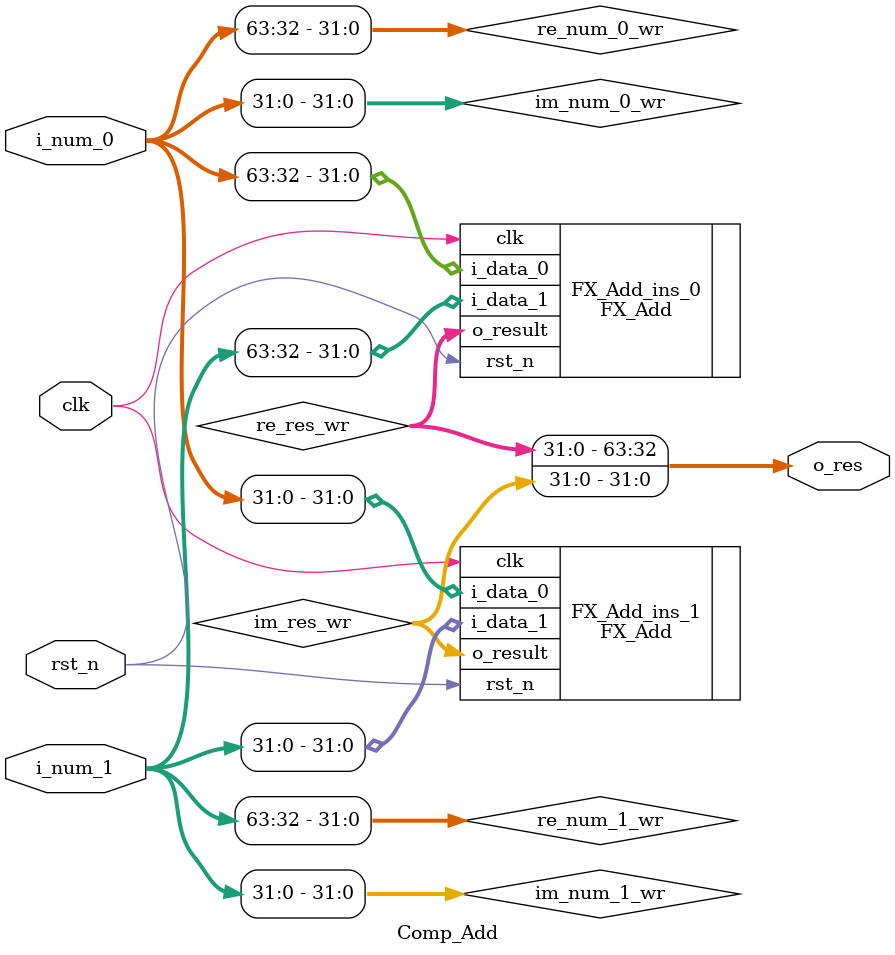
<source format=v>
`timescale 1ns / 1ps

module Comp_Add
#(
    parameter DATA_WIDTH   = 32
)
(
    input                     clk,
    input                     rst_n,

    input [DATA_WIDTH*2-1:0]  i_num_0,
    input [DATA_WIDTH*2-1:0]  i_num_1,

    output [DATA_WIDTH*2-1:0] o_res
);
    wire [DATA_WIDTH-1:0] re_num_0_wr;
    wire [DATA_WIDTH-1:0] im_num_0_wr;
    wire [DATA_WIDTH-1:0] re_num_1_wr;
    wire [DATA_WIDTH-1:0] im_num_1_wr;
    wire [DATA_WIDTH-1:0] re_res_wr;
    wire [DATA_WIDTH-1:0] im_res_wr;

    assign re_num_0_wr = i_num_0[DATA_WIDTH*2-1:DATA_WIDTH];
    assign im_num_0_wr = i_num_0[DATA_WIDTH-1:0];

    assign re_num_1_wr = i_num_1[DATA_WIDTH*2-1:DATA_WIDTH];
    assign im_num_1_wr = i_num_1[DATA_WIDTH-1:0];

    assign o_res = {re_res_wr, im_res_wr};

    FX_Add
    #(
        .DATA_WIDTH(DATA_WIDTH)
    )
    FX_Add_ins_0  
    (
        .clk(clk),     
        .rst_n(rst_n),                             
        .i_data_0(re_num_0_wr),
        .i_data_1(re_num_1_wr),                          
        .o_result(re_res_wr)             
    );  

    FX_Add
    #(
        .DATA_WIDTH(DATA_WIDTH)
    )
    FX_Add_ins_1  
    (
        .clk(clk),     
        .rst_n(rst_n),                             
        .i_data_0(im_num_0_wr),
        .i_data_1(im_num_1_wr),                          
        .o_result(im_res_wr)             
    );  
endmodule

</source>
